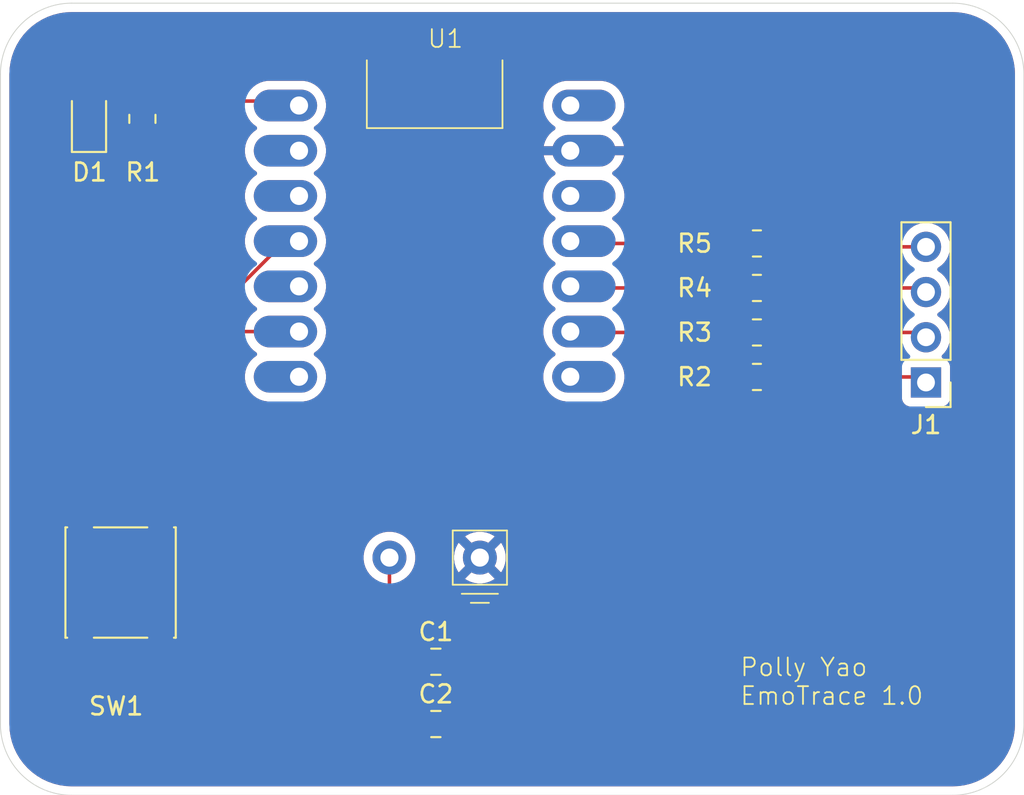
<source format=kicad_pcb>
(kicad_pcb (version 20241229) (generator "pcbnew") (generator_version "9.0")
  (layers (0 "F.Cu" signal) (2 "B.Cu" signal) (13 "F.Paste" user) (15 "B.Paste" user) (5 "F.SilkS" user "F.Silkscreen") (7 "B.SilkS" user "B.Silkscreen") (1 "F.Mask" user) (3 "B.Mask" user) (25 "Edge.Cuts" user))
  (net 0 "")
  (net 1 "GND")
  (net 2 "/BAT")
  (net 3 "Net-(D1-A)")
  (net 4 "/LED")
  (net 5 "/M_A1")
  (net 6 "/M_A2")
  (net 7 "/M_B1")
  (net 8 "/M_B2")
  (net 9 "/DISP_BTN")
  (net 17 "Net-(J1-Pin_3)")
  (net 18 "Net-(J1-Pin_2)")
  (net 19 "Net-(J1-Pin_1)")
  (net 20 "Net-(J1-Pin_4)")
  (footprint "LED_SMD:LED_0805_2012Metric_Pad1.15x1.40mm_HandSolder" (layer "F.Cu") (at 113.975 82 90)
    (property "Reference" "D1" (at -3 0.025 180) (layer "F.SilkS"))
    (property "Value" "LED")
    (fp_line (start 1 -0.96) (end -1.86 -0.96) (stroke (width 0.12)) (layer "F.SilkS"))
    (fp_line (start -1.86 -0.96) (end -1.86 0.96) (stroke (width 0.12)) (layer "F.SilkS"))
    (fp_line (start -1.86 0.96) (end 1 0.96) (stroke (width 0.12)) (layer "F.SilkS"))
    (pad "1" smd roundrect (at -1.025 0 90) (size 1.15 1.4) (layers "F.Cu" "F.Mask" "F.Paste") (roundrect_rratio 0.217391) (net 1 "GND"))
    (pad "2" smd roundrect (at 1.025 0 90) (size 1.15 1.4) (layers "F.Cu" "F.Mask" "F.Paste") (roundrect_rratio 0.217391) (net 3 "Net-(D1-A)"))
  )
  (footprint "Resistor_SMD:R_0805_2012Metric_Pad1.20x1.40mm_HandSolder" (layer "F.Cu") (at 151.5 94)
    (property "Reference" "R3" (at -3.5 0 0) (layer "F.SilkS"))
    (property "Value" "47Ω")
    (fp_line (start -0.227064 -0.735) (end 0.227064 -0.735) (stroke (width 0.12)) (layer "F.SilkS"))
    (fp_line (start -0.227064 0.735) (end 0.227064 0.735) (stroke (width 0.12)) (layer "F.SilkS"))
    (pad "1" smd roundrect (at -1 0) (size 1.2 1.4) (layers "F.Cu" "F.Mask" "F.Paste") (roundrect_rratio 0.208333) (net 6 "/M_A2"))
    (pad "2" smd roundrect (at 1 0) (size 1.2 1.4) (layers "F.Cu" "F.Mask" "F.Paste") (roundrect_rratio 0.208333) (net 18 "Net-(J1-Pin_2)"))
  )
  (footprint "Resistor_SMD:R_0805_2012Metric_Pad1.20x1.40mm_HandSolder" (layer "F.Cu") (at 151.5 96.5)
    (property "Reference" "R2" (at -3.5 0 0) (layer "F.SilkS"))
    (property "Value" "47Ω")
    (fp_line (start -0.227064 -0.735) (end 0.227064 -0.735) (stroke (width 0.12)) (layer "F.SilkS"))
    (fp_line (start -0.227064 0.735) (end 0.227064 0.735) (stroke (width 0.12)) (layer "F.SilkS"))
    (pad "1" smd roundrect (at -1 0) (size 1.2 1.4) (layers "F.Cu" "F.Mask" "F.Paste") (roundrect_rratio 0.208333) (net 5 "/M_A1"))
    (pad "2" smd roundrect (at 1 0) (size 1.2 1.4) (layers "F.Cu" "F.Mask" "F.Paste") (roundrect_rratio 0.208333) (net 19 "Net-(J1-Pin_1)"))
  )
  (footprint "Resistor_SMD:R_0805_2012Metric_Pad1.20x1.40mm_HandSolder" (layer "F.Cu") (at 151.5 89)
    (property "Reference" "R5" (at -3.5 0 0) (layer "F.SilkS"))
    (property "Value" "47Ω")
    (fp_line (start -0.227064 -0.735) (end 0.227064 -0.735) (stroke (width 0.12)) (layer "F.SilkS"))
    (fp_line (start -0.227064 0.735) (end 0.227064 0.735) (stroke (width 0.12)) (layer "F.SilkS"))
    (pad "1" smd roundrect (at -1 0) (size 1.2 1.4) (layers "F.Cu" "F.Mask" "F.Paste") (roundrect_rratio 0.208333) (net 8 "/M_B2"))
    (pad "2" smd roundrect (at 1 0) (size 1.2 1.4) (layers "F.Cu" "F.Mask" "F.Paste") (roundrect_rratio 0.208333) (net 20 "Net-(J1-Pin_4)"))
  )
  (footprint "Button_Switch_SMD:SW_Push_1P1T_NO_E-Switch_TL3301NxxxxxG" (layer "F.Cu") (at 115.75 108.05 -90)
    (property "Reference" "SW1" (at 6.95 0.25 180) (layer "F.SilkS"))
    (property "Value" "SW_Push")
    (fp_line (start -3.1 3.1) (end 3.1 3.1) (stroke (width 0.12)) (layer "F.SilkS"))
    (fp_line (start -3.1 3.1) (end -3.1 3) (stroke (width 0.12)) (layer "F.SilkS"))
    (fp_line (start 3.1 3.1) (end 3.1 3) (stroke (width 0.12)) (layer "F.SilkS"))
    (fp_line (start -3.1 -1.5) (end -3.1 1.5) (stroke (width 0.12)) (layer "F.SilkS"))
    (fp_line (start 3.1 -1.5) (end 3.1 1.5) (stroke (width 0.12)) (layer "F.SilkS"))
    (fp_line (start 3.1 -3) (end 3.1 -3.1) (stroke (width 0.12)) (layer "F.SilkS"))
    (fp_line (start -3.1 -3.1) (end -3.1 -3) (stroke (width 0.12)) (layer "F.SilkS"))
    (fp_line (start -3.1 -3.1) (end 3.1 -3.1) (stroke (width 0.12)) (layer "F.SilkS"))
    (pad "1" smd roundrect (at -4.55 -2.25 270) (size 2.1 1.4) (layers "F.Cu" "F.Mask" "F.Paste") (roundrect_rratio 0.1785714286) (net 9 "/DISP_BTN"))
    (pad "1" smd roundrect (at 4.55 -2.25 270) (size 2.1 1.4) (layers "F.Cu" "F.Mask" "F.Paste") (roundrect_rratio 0.1785714286) (net 9 "/DISP_BTN"))
    (pad "2" smd roundrect (at -4.55 2.25 270) (size 2.1 1.4) (layers "F.Cu" "F.Mask" "F.Paste") (roundrect_rratio 0.1785714286) (net 1 "GND"))
    (pad "2" smd roundrect (at 4.55 2.25 270) (size 2.1 1.4) (layers "F.Cu" "F.Mask" "F.Paste") (roundrect_rratio 0.1785714286) (net 1 "GND"))
  )
  (footprint "Connector_PinHeader_2.54mm:PinHeader_1x04_P2.54mm_Vertical" (layer "F.Cu") (at 161 96.81 180)
    (property "Reference" "J1" (at 0 -2.38 0) (layer "F.SilkS"))
    (property "Value" "stepper motor")
    (fp_line (start 1.38 1.27) (end 1.38 9) (stroke (width 0.12)) (layer "F.SilkS"))
    (fp_line (start -1.38 9) (end 1.38 9) (stroke (width 0.12)) (layer "F.SilkS"))
    (fp_line (start -1.38 1.27) (end 1.38 1.27) (stroke (width 0.12)) (layer "F.SilkS"))
    (fp_line (start -1.38 1.27) (end -1.38 9) (stroke (width 0.12)) (layer "F.SilkS"))
    (fp_line (start -1.38 0) (end -1.38 -1.38) (stroke (width 0.12)) (layer "F.SilkS"))
    (fp_line (start -1.38 -1.38) (end 0 -1.38) (stroke (width 0.12)) (layer "F.SilkS"))
    (pad "1" thru_hole rect (at 0 0 180) (size 1.7 1.7) (drill 1) (layers "*.Cu" "*.Mask") (net 19 "Net-(J1-Pin_1)"))
    (pad "2" thru_hole circle (at 0 2.54 180) (size 1.7 1.7) (drill 1) (layers "*.Cu" "*.Mask") (net 18 "Net-(J1-Pin_2)"))
    (pad "3" thru_hole circle (at 0 5.08 180) (size 1.7 1.7) (drill 1) (layers "*.Cu" "*.Mask") (net 17 "Net-(J1-Pin_3)"))
    (pad "4" thru_hole circle (at 0 7.62 180) (size 1.7 1.7) (drill 1) (layers "*.Cu" "*.Mask") (net 20 "Net-(J1-Pin_4)"))
  )
  (footprint "Resistor_SMD:R_0805_2012Metric_Pad1.20x1.40mm_HandSolder" (layer "F.Cu") (at 116.975 82 90)
    (property "Reference" "R1" (at -3 0.025 180) (layer "F.SilkS"))
    (property "Value" "330Ω")
    (fp_line (start -0.227064 -0.735) (end 0.227064 -0.735) (stroke (width 0.12)) (layer "F.SilkS"))
    (fp_line (start -0.227064 0.735) (end 0.227064 0.735) (stroke (width 0.12)) (layer "F.SilkS"))
    (pad "1" smd roundrect (at -1 0 90) (size 1.2 1.4) (layers "F.Cu" "F.Mask" "F.Paste") (roundrect_rratio 0.208333) (net 3 "Net-(D1-A)"))
    (pad "2" smd roundrect (at 1 0 90) (size 1.2 1.4) (layers "F.Cu" "F.Mask" "F.Paste") (roundrect_rratio 0.208333) (net 4 "/LED"))
  )
  (footprint "Capacitor_SMD:C_0805_2012Metric_Pad1.18x1.45mm_HandSolder" (layer "F.Cu") (at 133.4625 116)
    (property "Reference" "C2" (at 0 -1.68 0) (layer "F.SilkS"))
    (property "Value" "0.1uF")
    (fp_line (start -0.261252 -0.735) (end 0.261252 -0.735) (stroke (width 0.12)) (layer "F.SilkS"))
    (fp_line (start -0.261252 0.735) (end 0.261252 0.735) (stroke (width 0.12)) (layer "F.SilkS"))
    (pad "1" smd roundrect (at -1.0375 0) (size 1.175 1.45) (layers "F.Cu" "F.Mask" "F.Paste") (roundrect_rratio 0.212766) (net 2 "/BAT"))
    (pad "2" smd roundrect (at 1.0375 0) (size 1.175 1.45) (layers "F.Cu" "F.Mask" "F.Paste") (roundrect_rratio 0.212766) (net 1 "GND"))
  )
  (footprint "Resistor_SMD:R_0805_2012Metric_Pad1.20x1.40mm_HandSolder" (layer "F.Cu") (at 151.5 91.5)
    (property "Reference" "R4" (at -3.5 0 0) (layer "F.SilkS"))
    (property "Value" "47Ω")
    (fp_line (start -0.227064 -0.735) (end 0.227064 -0.735) (stroke (width 0.12)) (layer "F.SilkS"))
    (fp_line (start -0.227064 0.735) (end 0.227064 0.735) (stroke (width 0.12)) (layer "F.SilkS"))
    (pad "1" smd roundrect (at -1 0) (size 1.2 1.4) (layers "F.Cu" "F.Mask" "F.Paste") (roundrect_rratio 0.208333) (net 7 "/M_B1"))
    (pad "2" smd roundrect (at 1 0) (size 1.2 1.4) (layers "F.Cu" "F.Mask" "F.Paste") (roundrect_rratio 0.208333) (net 17 "Net-(J1-Pin_3)"))
  )
  (footprint "GIX_ESP32:XIAO_ESP32" (layer "F.Cu") (at 133.395 88.87)
    (property "Reference" "U1" (at 0.605 -11.37 0) (layer "F.SilkS") (effects (font (thickness 0.1))))
    (property "Value" "XIAO ESP32C3")
    (fp_line (start -3.81 -10.16) (end -3.81 -6.35) (stroke (width 0.1)) (layer "F.SilkS"))
    (fp_line (start -3.81 -6.35) (end 3.81 -6.35) (stroke (width 0.1)) (layer "F.SilkS"))
    (fp_line (start 1.016 16.256) (end 4.064 16.256) (stroke (width 0.1)) (layer "F.SilkS"))
    (fp_line (start 1.016 19.304) (end 1.016 16.256) (stroke (width 0.1)) (layer "F.SilkS"))
    (fp_line (start 1.524 19.812) (end 3.556 19.812) (stroke (width 0.1)) (layer "F.SilkS"))
    (fp_line (start 2.032 20.32) (end 3.048 20.32) (stroke (width 0.1)) (layer "F.SilkS"))
    (fp_line (start 3.81 -6.35) (end 3.81 -10.16) (stroke (width 0.1)) (layer "F.SilkS"))
    (fp_line (start 4.064 16.256) (end 4.064 19.304) (stroke (width 0.1)) (layer "F.SilkS"))
    (fp_line (start 4.064 19.304) (end 1.016 19.304) (stroke (width 0.1)) (layer "F.SilkS"))
    (pad "1" thru_hole oval (at -7.62 -7.62) (size 3.556 1.778) (drill 1.016 (offset -0.762 0)) (layers "*.Cu" "*.Mask") (net 4 "/LED"))
    (pad "2" thru_hole oval (at -7.62 -5.08) (size 3.556 1.778) (drill 1.016 (offset -0.762 0)) (layers "*.Cu" "*.Mask"))
    (pad "3" thru_hole oval (at -7.62 -2.54) (size 3.556 1.778) (drill 1.016 (offset -0.762 0)) (layers "*.Cu" "*.Mask"))
    (pad "4" thru_hole oval (at -7.62 0) (size 3.556 1.778) (drill 1.016 (offset -0.762 0)) (layers "*.Cu" "*.Mask") (net 9 "/DISP_BTN"))
    (pad "5" thru_hole oval (at -7.62 2.54) (size 3.556 1.778) (drill 1.016 (offset -0.762 0)) (layers "*.Cu" "*.Mask"))
    (pad "6" thru_hole oval (at -7.62 5.08) (size 3.556 1.778) (drill 1.016 (offset -0.762 0)) (layers "*.Cu" "*.Mask") (net 5 "/M_A1"))
    (pad "7" thru_hole oval (at -7.62 7.62) (size 3.556 1.778) (drill 1.016 (offset -0.762 0)) (layers "*.Cu" "*.Mask"))
    (pad "8" thru_hole oval (at 7.62 7.62) (size 3.556 1.778) (drill 1.016 (offset 0.762 0)) (layers "*.Cu" "*.Mask"))
    (pad "9" thru_hole oval (at 7.62 5.08) (size 3.556 1.778) (drill 1.016 (offset 0.762 0)) (layers "*.Cu" "*.Mask") (net 6 "/M_A2"))
    (pad "10" thru_hole oval (at 7.62 2.54) (size 3.556 1.778) (drill 1.016 (offset 0.762 0)) (layers "*.Cu" "*.Mask") (net 7 "/M_B1"))
    (pad "11" thru_hole oval (at 7.62 0) (size 3.556 1.778) (drill 1.016 (offset 0.762 0)) (layers "*.Cu" "*.Mask") (net 8 "/M_B2"))
    (pad "12" thru_hole oval (at 7.62 -2.54) (size 3.556 1.778) (drill 1.016 (offset 0.762 0)) (layers "*.Cu" "*.Mask"))
    (pad "13" thru_hole oval (at 7.62 -5.08) (size 3.556 1.778) (drill 1.016 (offset 0.762 0)) (layers "*.Cu" "*.Mask") (net 1 "GND"))
    (pad "14" thru_hole oval (at 7.62 -7.62) (size 3.556 1.778) (drill 1.016 (offset 0.762 0)) (layers "*.Cu" "*.Mask"))
    (pad "15" thru_hole circle (at -2.54 17.78) (size 1.905 1.905) (drill 1.016) (layers "*.Cu" "*.Mask") (net 2 "/BAT"))
    (pad "16" thru_hole circle (at 2.54 17.78) (size 1.905 1.905) (drill 1.016) (layers "*.Cu" "*.Mask") (net 1 "GND"))
  )
  (footprint "Capacitor_SMD:C_0805_2012Metric_Pad1.18x1.45mm_HandSolder" (layer "F.Cu") (at 133.4625 112.5)
    (property "Reference" "C1" (at 0 -1.68 0) (layer "F.SilkS"))
    (property "Value" "100uF")
    (fp_line (start -0.261252 -0.735) (end 0.261252 -0.735) (stroke (width 0.12)) (layer "F.SilkS"))
    (fp_line (start -0.261252 0.735) (end 0.261252 0.735) (stroke (width 0.12)) (layer "F.SilkS"))
    (pad "1" smd roundrect (at -1.0375 0) (size 1.175 1.45) (layers "F.Cu" "F.Mask" "F.Paste") (roundrect_rratio 0.212766) (net 2 "/BAT"))
    (pad "2" smd roundrect (at 1.0375 0) (size 1.175 1.45) (layers "F.Cu" "F.Mask" "F.Paste") (roundrect_rratio 0.212766) (net 1 "GND"))
  )
  (gr_line (start 109 116) (end 109 79.5) (stroke (width 0.05)) (layer "Edge.Cuts"))
  (gr_line (start 113 75.5) (end 162.5 75.5) (stroke (width 0.05)) (layer "Edge.Cuts"))
  (gr_arc (start 162.5 75.5) (mid 165.328427 76.671573) (end 166.5 79.5) (stroke (width 0.05)) (layer "Edge.Cuts"))
  (gr_arc (start 109 79.5) (mid 110.171573 76.671573) (end 113 75.5) (stroke (width 0.05)) (layer "Edge.Cuts"))
  (gr_arc (start 166.5 116) (mid 165.328427 118.828427) (end 162.5 120) (stroke (width 0.05)) (layer "Edge.Cuts"))
  (gr_line (start 162.5 120) (end 113 120) (stroke (width 0.05)) (layer "Edge.Cuts"))
  (gr_arc (start 113 120) (mid 110.171573 118.828427) (end 109 116) (stroke (width 0.05)) (layer "Edge.Cuts"))
  (gr_line (start 166.5 79.5) (end 166.5 116) (stroke (width 0.05)) (layer "Edge.Cuts"))
  (gr_text "Polly Yao\nEmoTrace 1.0" (at 150.5 115 0) (layer "F.SilkS") (effects (font (size 1 1) (thickness 0.1)) (justify left bottom)))
  (segment (start 130.855 110.93) (end 132.425 112.5) (width 0.2) (layer "F.Cu") (net 2))
  (segment (start 130.855 106.65) (end 130.855 110.93) (width 0.2) (layer "F.Cu") (net 2))
  (segment (start 132.425 112.5) (end 132.425 116) (width 0.2) (layer "F.Cu") (net 2))
  (segment (start 116 83) (end 113.975 80.975) (width 0.2) (layer "F.Cu") (net 3))
  (segment (start 116.975 83) (end 116 83) (width 0.2) (layer "F.Cu") (net 3))
  (segment (start 125.525 81) (end 125.775 81.25) (width 0.2) (layer "F.Cu") (net 4))
  (segment (start 116.975 81) (end 125.525 81) (width 0.2) (layer "F.Cu") (net 4))
  (segment (start 122.55 93.95) (end 121.5 95) (width 0.2) (layer "F.Cu") (net 5))
  (segment (start 121.5 100) (end 122.5 101) (width 0.2) (layer "F.Cu") (net 5))
  (segment (start 125.775 93.95) (end 122.55 93.95) (width 0.2) (layer "F.Cu") (net 5))
  (segment (start 121.5 95) (end 121.5 100) (width 0.2) (layer "F.Cu") (net 5))
  (segment (start 146 101) (end 150.5 96.5) (width 0.2) (layer "F.Cu") (net 5))
  (segment (start 122.5 101) (end 146 101) (width 0.2) (layer "F.Cu") (net 5))
  (segment (start 141.015 93.95) (end 141.065 94) (width 0.2) (layer "F.Cu") (net 6))
  (segment (start 141.065 94) (end 150.5 94) (width 0.2) (layer "F.Cu") (net 6))
  (segment (start 141.105 91.5) (end 141.015 91.41) (width 0.2) (layer "F.Cu") (net 7))
  (segment (start 150.5 91.5) (end 141.105 91.5) (width 0.2) (layer "F.Cu") (net 7))
  (segment (start 141.145 89) (end 150.5 89) (width 0.2) (layer "F.Cu") (net 8))
  (segment (start 141.015 88.87) (end 141.145 89) (width 0.2) (layer "F.Cu") (net 8))
  (segment (start 125.775 88.87) (end 124.981086 88.87) (width 0.2) (layer "F.Cu") (net 9))
  (segment (start 124.981086 88.87) (end 118 95.851086) (width 0.2) (layer "F.Cu") (net 9))
  (segment (start 118 95.851086) (end 118 103.5) (width 0.2) (layer "F.Cu") (net 9))
  (segment (start 118 103.5) (end 118 112.6) (width 0.2) (layer "F.Cu") (net 9))
  (segment (start 160.77 91.5) (end 161 91.73) (width 0.2) (layer "F.Cu") (net 17))
  (segment (start 152.5 91.5) (end 160.77 91.5) (width 0.2) (layer "F.Cu") (net 17))
  (segment (start 152.5 94) (end 160.73 94) (width 0.2) (layer "F.Cu") (net 18))
  (segment (start 160.73 94) (end 161 94.27) (width 0.2) (layer "F.Cu") (net 18))
  (segment (start 160.69 96.5) (end 161 96.81) (width 0.2) (layer "F.Cu") (net 19))
  (segment (start 152.5 96.5) (end 160.69 96.5) (width 0.2) (layer "F.Cu") (net 19))
  (segment (start 153 89) (end 153.19 89.19) (width 0.2) (layer "F.Cu") (net 20))
  (segment (start 153.19 89.19) (end 161 89.19) (width 0.2) (layer "F.Cu") (net 20))
  (segment (start 152.5 89) (end 153 89) (width 0.2) (layer "F.Cu") (net 20))
  (zone (net 1) (net_name "GND") (layers "F.Cu" "B.Cu") (connect_pads (clearance 0.5)) (min_thickness 0.25) (fill yes (thermal_gap 0.5) (thermal_bridge_width 0.5))
    (polygon (pts (xy 109 75.5) (xy 166.5 75.5) (xy 166.5 120) (xy 109 120)))
  )
)
</source>
